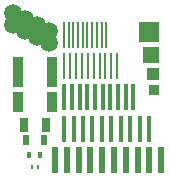
<source format=gbr>
%TF.GenerationSoftware,KiCad,Pcbnew,(5.1.6-0-10_14)*%
%TF.CreationDate,2021-01-22T11:09:43+09:00*%
%TF.ProjectId,test01,74657374-3031-42e6-9b69-6361645f7063,rev?*%
%TF.SameCoordinates,Original*%
%TF.FileFunction,Soldermask,Top*%
%TF.FilePolarity,Negative*%
%FSLAX46Y46*%
G04 Gerber Fmt 4.6, Leading zero omitted, Abs format (unit mm)*
G04 Created by KiCad (PCBNEW (5.1.6-0-10_14)) date 2021-01-22 11:09:43*
%MOMM*%
%LPD*%
G01*
G04 APERTURE LIST*
%ADD10R,1.700000X1.700000*%
%ADD11C,1.500000*%
%ADD12R,0.200000X2.200000*%
%ADD13R,0.900000X2.500000*%
%ADD14R,0.900000X1.700000*%
%ADD15R,0.700000X1.300000*%
%ADD16R,0.500000X0.900000*%
%ADD17R,0.400000X0.600000*%
%ADD18R,0.280000X0.430000*%
%ADD19R,1.350000X1.350000*%
%ADD20R,0.850000X0.850000*%
%ADD21R,1.000000X1.000000*%
%ADD22R,0.600000X2.200000*%
%ADD23R,0.450000X2.200000*%
%ADD24R,0.350000X2.200000*%
%ADD25R,0.250000X2.200000*%
G04 APERTURE END LIST*
D10*
%TO.C,PH_Pitch2.54*%
X165210000Y-41680000D03*
%TD*%
D11*
%TO.C,J8*%
X156762000Y-42572000D03*
%TD*%
%TO.C,J7*%
X155746000Y-42064000D03*
%TD*%
%TO.C,J6*%
X154730000Y-41556000D03*
%TD*%
%TO.C,J5*%
X153714000Y-41048000D03*
%TD*%
%TO.C,J4*%
X156762000Y-41556000D03*
%TD*%
%TO.C,J3*%
X155746000Y-41048000D03*
%TD*%
%TO.C,J2*%
X154730000Y-40540000D03*
%TD*%
%TO.C,J1*%
X153714000Y-40032000D03*
%TD*%
D12*
%TO.C,P.1*%
X161630000Y-41910000D03*
X161230000Y-41910000D03*
X160830000Y-41910000D03*
X160430000Y-41910000D03*
X160030000Y-41910000D03*
X159630000Y-41910000D03*
X159230000Y-41910000D03*
X158830000Y-41910000D03*
X158430000Y-41910000D03*
X158030000Y-41910000D03*
%TD*%
D13*
%TO.C,R3225(1210)1*%
X154116300Y-45093700D03*
X157016300Y-45093700D03*
%TD*%
D14*
%TO.C,R3216(1206)1*%
X154116300Y-47633700D03*
X157016300Y-47633700D03*
%TD*%
D15*
%TO.C,R2012(0805)1*%
X154616300Y-49538700D03*
X156516300Y-49538700D03*
%TD*%
D16*
%TO.C,R1608(0603)1*%
X154816300Y-50808700D03*
X156316300Y-50808700D03*
%TD*%
D17*
%TO.C,R1005(0402)1*%
X155116300Y-52078700D03*
X156016300Y-52078700D03*
%TD*%
D18*
%TO.C,R0603(0201)1*%
X155306300Y-53082000D03*
X155826300Y-53082000D03*
%TD*%
D19*
%TO.C,PH_Pitch2.00*%
X165390000Y-43623000D03*
%TD*%
D20*
%TO.C,PH_Pitch1.00*%
X165640000Y-46580000D03*
%TD*%
D21*
%TO.C,PH_Pitch1.27*%
X165570000Y-45220000D03*
%TD*%
D22*
%TO.C,P5*%
X166280000Y-52500000D03*
X165280000Y-52500000D03*
X164280000Y-52500000D03*
X163280000Y-52500000D03*
X162280000Y-52500000D03*
X161280000Y-52500000D03*
X160280000Y-52500000D03*
X159280000Y-52500000D03*
X158280000Y-52500000D03*
X157280000Y-52500000D03*
%TD*%
D23*
%TO.C,P.4*%
X165250000Y-49870000D03*
X164450000Y-49870000D03*
X163650000Y-49870000D03*
X162850000Y-49870000D03*
X162050000Y-49870000D03*
X161250000Y-49870000D03*
X160450000Y-49870000D03*
X159650000Y-49870000D03*
X158850000Y-49870000D03*
X158050000Y-49870000D03*
%TD*%
D24*
%TO.C,P.3*%
X163925000Y-47220000D03*
X163275000Y-47220000D03*
X162625000Y-47220000D03*
X161975000Y-47220000D03*
X161325000Y-47220000D03*
X160675000Y-47220000D03*
X160025000Y-47220000D03*
X159375000Y-47220000D03*
X158725000Y-47220000D03*
X158075000Y-47220000D03*
%TD*%
D25*
%TO.C,P.2*%
X162550000Y-44540000D03*
X162050000Y-44540000D03*
X161550000Y-44540000D03*
X161050000Y-44540000D03*
X160550000Y-44540000D03*
X160050000Y-44540000D03*
X159550000Y-44540000D03*
X159050000Y-44540000D03*
X158550000Y-44540000D03*
X158050000Y-44540000D03*
%TD*%
M02*

</source>
